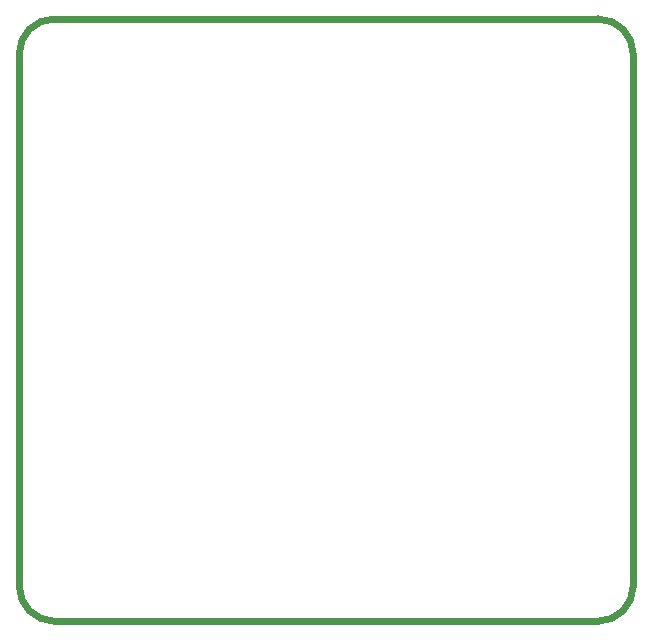
<source format=gbr>
G04 #@! TF.GenerationSoftware,KiCad,Pcbnew,8.0.5*
G04 #@! TF.CreationDate,2025-01-11T09:08:56+01:00*
G04 #@! TF.ProjectId,RP2040_minimal_r2,52503230-3430-45f6-9d69-6e696d616c5f,REV2*
G04 #@! TF.SameCoordinates,Original*
G04 #@! TF.FileFunction,Profile,NP*
%FSLAX46Y46*%
G04 Gerber Fmt 4.6, Leading zero omitted, Abs format (unit mm)*
G04 Created by KiCad (PCBNEW 8.0.5) date 2025-01-11 09:08:56*
%MOMM*%
%LPD*%
G01*
G04 APERTURE LIST*
G04 #@! TA.AperFunction,Profile*
%ADD10C,0.600000*%
G04 #@! TD*
G04 APERTURE END LIST*
D10*
X123000000Y-121000000D02*
X77000000Y-121000000D01*
X126000000Y-73000000D02*
X126000000Y-118000000D01*
X77000000Y-70000000D02*
X123000000Y-70000000D01*
X74000000Y-118000000D02*
X74000000Y-73000000D01*
X126000000Y-118000000D02*
G75*
G02*
X123000000Y-121000000I-3000000J0D01*
G01*
X123000000Y-70000000D02*
G75*
G02*
X126000000Y-73000000I0J-3000000D01*
G01*
X74000000Y-73000000D02*
G75*
G02*
X77000000Y-70000000I3000000J0D01*
G01*
X77000000Y-121000000D02*
G75*
G02*
X74000000Y-118000000I0J3000000D01*
G01*
M02*

</source>
